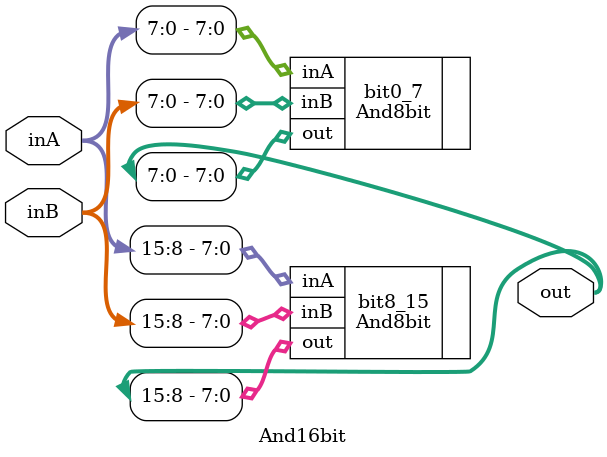
<source format=v>
`ifndef _AND16BIT
`define _AND16BIT
`include "And8bit.v"

module And16bit(out, inA, inB);
    output wire [15:0] out;
    input  wire [15:0] inA;
    input  wire [15:0] inB;

    And8bit bit0_7(.out(out[7:0]), .inA(inA[7:0]), .inB(inB[7:0]));
    And8bit bit8_15(.out(out[15:8]), .inA(inA[15:8]), .inB(inB[15:8]));
endmodule
`endif

</source>
